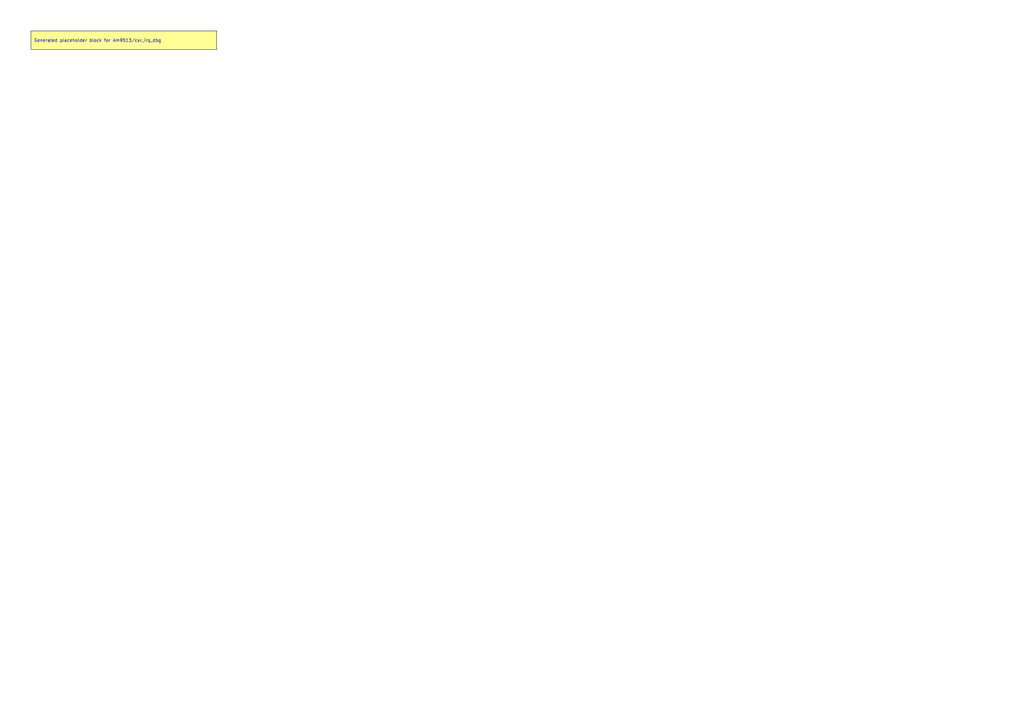
<source format=kicad_sch>
(kicad_sch
	(version 20250114)
	(generator "kicadgen")
	(generator_version "0.1")
	(uuid "8b56a484-140f-574e-8dfe-ad42fb16d7b7")
	(paper "A3")
	(title_block
		(title "Am9513::csr_irq_dbg")
		(company "Project Carbon")
		(comment 1 "Generated - do not edit in generated/")
		(comment 2 "Edit in schem/kicad9/manual/ or refine mapping specs")
	)
	(lib_symbols)
	(text_box
		"Generated placeholder block for Am9513/csr_irq_dbg"
		(exclude_from_sim no)
		(at
			12.7
			12.7
			0
		)
		(size 76.2 7.62)
		(margins
			1.27
			1.27
			1.27
			1.27
		)
		(stroke
			(width 0)
			(type default)
			(color
				0
				0
				0
				1
			)
		)
		(fill
			(type color)
			(color
				255
				255
				150
				1
			)
		)
		(effects
			(font
				(size 1.27 1.27)
			)
			(justify left)
		)
		(uuid "4c1eaec7-5aa1-5252-8de5-30bbe429b7d1")
	)
	(sheet_instances
		(path
			"/"
			(page "1")
		)
	)
	(embedded_fonts no)
)

</source>
